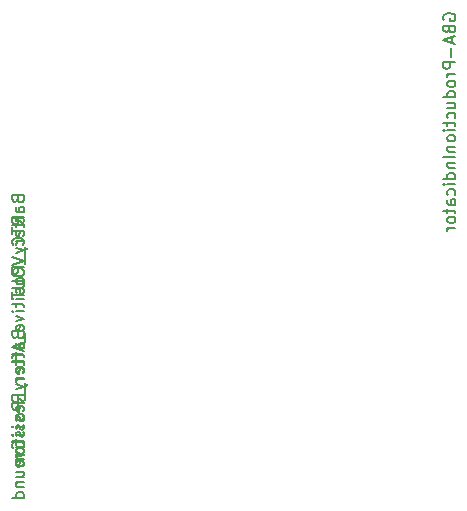
<source format=gbr>
G04 #@! TF.GenerationSoftware,KiCad,Pcbnew,(6.0.8)*
G04 #@! TF.CreationDate,2023-01-17T04:08:54-05:00*
G04 #@! TF.ProjectId,DMG-KGDU-10+,444d472d-4b47-4445-952d-31302b2e6b69,rev?*
G04 #@! TF.SameCoordinates,Original*
G04 #@! TF.FileFunction,AssemblyDrawing,Bot*
%FSLAX46Y46*%
G04 Gerber Fmt 4.6, Leading zero omitted, Abs format (unit mm)*
G04 Created by KiCad (PCBNEW (6.0.8)) date 2023-01-17 04:08:54*
%MOMM*%
%LPD*%
G01*
G04 APERTURE LIST*
%ADD10C,0.150000*%
G04 APERTURE END LIST*
D10*
X153342000Y-73715052D02*
X153294380Y-73619814D01*
X153294380Y-73476957D01*
X153342000Y-73334100D01*
X153437238Y-73238861D01*
X153532476Y-73191242D01*
X153722952Y-73143623D01*
X153865809Y-73143623D01*
X154056285Y-73191242D01*
X154151523Y-73238861D01*
X154246761Y-73334100D01*
X154294380Y-73476957D01*
X154294380Y-73572195D01*
X154246761Y-73715052D01*
X154199142Y-73762671D01*
X153865809Y-73762671D01*
X153865809Y-73572195D01*
X153770571Y-74524576D02*
X153818190Y-74667433D01*
X153865809Y-74715052D01*
X153961047Y-74762671D01*
X154103904Y-74762671D01*
X154199142Y-74715052D01*
X154246761Y-74667433D01*
X154294380Y-74572195D01*
X154294380Y-74191242D01*
X153294380Y-74191242D01*
X153294380Y-74524576D01*
X153342000Y-74619814D01*
X153389619Y-74667433D01*
X153484857Y-74715052D01*
X153580095Y-74715052D01*
X153675333Y-74667433D01*
X153722952Y-74619814D01*
X153770571Y-74524576D01*
X153770571Y-74191242D01*
X154008666Y-75143623D02*
X154008666Y-75619814D01*
X154294380Y-75048385D02*
X153294380Y-75381719D01*
X154294380Y-75715052D01*
X153913428Y-76048385D02*
X153913428Y-76810290D01*
X154294380Y-77286480D02*
X153294380Y-77286480D01*
X153294380Y-77667433D01*
X153342000Y-77762671D01*
X153389619Y-77810290D01*
X153484857Y-77857909D01*
X153627714Y-77857909D01*
X153722952Y-77810290D01*
X153770571Y-77762671D01*
X153818190Y-77667433D01*
X153818190Y-77286480D01*
X154294380Y-78286480D02*
X153627714Y-78286480D01*
X153818190Y-78286480D02*
X153722952Y-78334100D01*
X153675333Y-78381719D01*
X153627714Y-78476957D01*
X153627714Y-78572195D01*
X154294380Y-79048385D02*
X154246761Y-78953147D01*
X154199142Y-78905528D01*
X154103904Y-78857909D01*
X153818190Y-78857909D01*
X153722952Y-78905528D01*
X153675333Y-78953147D01*
X153627714Y-79048385D01*
X153627714Y-79191242D01*
X153675333Y-79286480D01*
X153722952Y-79334100D01*
X153818190Y-79381719D01*
X154103904Y-79381719D01*
X154199142Y-79334100D01*
X154246761Y-79286480D01*
X154294380Y-79191242D01*
X154294380Y-79048385D01*
X154294380Y-80238861D02*
X153294380Y-80238861D01*
X154246761Y-80238861D02*
X154294380Y-80143623D01*
X154294380Y-79953147D01*
X154246761Y-79857909D01*
X154199142Y-79810290D01*
X154103904Y-79762671D01*
X153818190Y-79762671D01*
X153722952Y-79810290D01*
X153675333Y-79857909D01*
X153627714Y-79953147D01*
X153627714Y-80143623D01*
X153675333Y-80238861D01*
X153627714Y-81143623D02*
X154294380Y-81143623D01*
X153627714Y-80715052D02*
X154151523Y-80715052D01*
X154246761Y-80762671D01*
X154294380Y-80857909D01*
X154294380Y-81000766D01*
X154246761Y-81096004D01*
X154199142Y-81143623D01*
X154246761Y-82048385D02*
X154294380Y-81953147D01*
X154294380Y-81762671D01*
X154246761Y-81667433D01*
X154199142Y-81619814D01*
X154103904Y-81572195D01*
X153818190Y-81572195D01*
X153722952Y-81619814D01*
X153675333Y-81667433D01*
X153627714Y-81762671D01*
X153627714Y-81953147D01*
X153675333Y-82048385D01*
X153627714Y-82334100D02*
X153627714Y-82715052D01*
X153294380Y-82476957D02*
X154151523Y-82476957D01*
X154246761Y-82524576D01*
X154294380Y-82619814D01*
X154294380Y-82715052D01*
X154294380Y-83048385D02*
X153627714Y-83048385D01*
X153294380Y-83048385D02*
X153342000Y-83000766D01*
X153389619Y-83048385D01*
X153342000Y-83096004D01*
X153294380Y-83048385D01*
X153389619Y-83048385D01*
X154294380Y-83667433D02*
X154246761Y-83572195D01*
X154199142Y-83524576D01*
X154103904Y-83476957D01*
X153818190Y-83476957D01*
X153722952Y-83524576D01*
X153675333Y-83572195D01*
X153627714Y-83667433D01*
X153627714Y-83810290D01*
X153675333Y-83905528D01*
X153722952Y-83953147D01*
X153818190Y-84000766D01*
X154103904Y-84000766D01*
X154199142Y-83953147D01*
X154246761Y-83905528D01*
X154294380Y-83810290D01*
X154294380Y-83667433D01*
X153627714Y-84429338D02*
X154294380Y-84429338D01*
X153722952Y-84429338D02*
X153675333Y-84476957D01*
X153627714Y-84572195D01*
X153627714Y-84715052D01*
X153675333Y-84810290D01*
X153770571Y-84857909D01*
X154294380Y-84857909D01*
X154294380Y-85334100D02*
X153294380Y-85334100D01*
X153627714Y-85810290D02*
X154294380Y-85810290D01*
X153722952Y-85810290D02*
X153675333Y-85857909D01*
X153627714Y-85953147D01*
X153627714Y-86096004D01*
X153675333Y-86191242D01*
X153770571Y-86238861D01*
X154294380Y-86238861D01*
X154294380Y-87143623D02*
X153294380Y-87143623D01*
X154246761Y-87143623D02*
X154294380Y-87048385D01*
X154294380Y-86857909D01*
X154246761Y-86762671D01*
X154199142Y-86715052D01*
X154103904Y-86667433D01*
X153818190Y-86667433D01*
X153722952Y-86715052D01*
X153675333Y-86762671D01*
X153627714Y-86857909D01*
X153627714Y-87048385D01*
X153675333Y-87143623D01*
X154294380Y-87619814D02*
X153627714Y-87619814D01*
X153294380Y-87619814D02*
X153342000Y-87572195D01*
X153389619Y-87619814D01*
X153342000Y-87667433D01*
X153294380Y-87619814D01*
X153389619Y-87619814D01*
X154246761Y-88524576D02*
X154294380Y-88429338D01*
X154294380Y-88238861D01*
X154246761Y-88143623D01*
X154199142Y-88096004D01*
X154103904Y-88048385D01*
X153818190Y-88048385D01*
X153722952Y-88096004D01*
X153675333Y-88143623D01*
X153627714Y-88238861D01*
X153627714Y-88429338D01*
X153675333Y-88524576D01*
X154294380Y-89381719D02*
X153770571Y-89381719D01*
X153675333Y-89334100D01*
X153627714Y-89238861D01*
X153627714Y-89048385D01*
X153675333Y-88953147D01*
X154246761Y-89381719D02*
X154294380Y-89286480D01*
X154294380Y-89048385D01*
X154246761Y-88953147D01*
X154151523Y-88905528D01*
X154056285Y-88905528D01*
X153961047Y-88953147D01*
X153913428Y-89048385D01*
X153913428Y-89286480D01*
X153865809Y-89381719D01*
X153627714Y-89715052D02*
X153627714Y-90096004D01*
X153294380Y-89857909D02*
X154151523Y-89857909D01*
X154246761Y-89905528D01*
X154294380Y-90000766D01*
X154294380Y-90096004D01*
X154294380Y-90572195D02*
X154246761Y-90476957D01*
X154199142Y-90429338D01*
X154103904Y-90381719D01*
X153818190Y-90381719D01*
X153722952Y-90429338D01*
X153675333Y-90476957D01*
X153627714Y-90572195D01*
X153627714Y-90715052D01*
X153675333Y-90810290D01*
X153722952Y-90857909D01*
X153818190Y-90905528D01*
X154103904Y-90905528D01*
X154199142Y-90857909D01*
X154246761Y-90810290D01*
X154294380Y-90715052D01*
X154294380Y-90572195D01*
X154294380Y-91334100D02*
X153627714Y-91334100D01*
X153818190Y-91334100D02*
X153722952Y-91381719D01*
X153675333Y-91429338D01*
X153627714Y-91524576D01*
X153627714Y-91619814D01*
X117771380Y-90992476D02*
X117295190Y-90659142D01*
X117771380Y-90421047D02*
X116771380Y-90421047D01*
X116771380Y-90802000D01*
X116819000Y-90897238D01*
X116866619Y-90944857D01*
X116961857Y-90992476D01*
X117104714Y-90992476D01*
X117199952Y-90944857D01*
X117247571Y-90897238D01*
X117295190Y-90802000D01*
X117295190Y-90421047D01*
X116771380Y-91278190D02*
X116771380Y-91849619D01*
X117771380Y-91563904D02*
X116771380Y-91563904D01*
X117676142Y-92754380D02*
X117723761Y-92706761D01*
X117771380Y-92563904D01*
X117771380Y-92468666D01*
X117723761Y-92325809D01*
X117628523Y-92230571D01*
X117533285Y-92182952D01*
X117342809Y-92135333D01*
X117199952Y-92135333D01*
X117009476Y-92182952D01*
X116914238Y-92230571D01*
X116819000Y-92325809D01*
X116771380Y-92468666D01*
X116771380Y-92563904D01*
X116819000Y-92706761D01*
X116866619Y-92754380D01*
X117866619Y-92944857D02*
X117866619Y-93706761D01*
X116771380Y-93802000D02*
X117771380Y-94135333D01*
X116771380Y-94468666D01*
X116771380Y-94992476D02*
X116771380Y-95182952D01*
X116819000Y-95278190D01*
X116914238Y-95373428D01*
X117104714Y-95421047D01*
X117438047Y-95421047D01*
X117628523Y-95373428D01*
X117723761Y-95278190D01*
X117771380Y-95182952D01*
X117771380Y-94992476D01*
X117723761Y-94897238D01*
X117628523Y-94802000D01*
X117438047Y-94754380D01*
X117104714Y-94754380D01*
X116914238Y-94802000D01*
X116819000Y-94897238D01*
X116771380Y-94992476D01*
X116771380Y-95849619D02*
X117580904Y-95849619D01*
X117676142Y-95897238D01*
X117723761Y-95944857D01*
X117771380Y-96040095D01*
X117771380Y-96230571D01*
X117723761Y-96325809D01*
X117676142Y-96373428D01*
X117580904Y-96421047D01*
X116771380Y-96421047D01*
X116771380Y-96754380D02*
X116771380Y-97325809D01*
X117771380Y-97040095D02*
X116771380Y-97040095D01*
X117247571Y-88897238D02*
X117295190Y-89040095D01*
X117342809Y-89087714D01*
X117438047Y-89135333D01*
X117580904Y-89135333D01*
X117676142Y-89087714D01*
X117723761Y-89040095D01*
X117771380Y-88944857D01*
X117771380Y-88563904D01*
X116771380Y-88563904D01*
X116771380Y-88897238D01*
X116819000Y-88992476D01*
X116866619Y-89040095D01*
X116961857Y-89087714D01*
X117057095Y-89087714D01*
X117152333Y-89040095D01*
X117199952Y-88992476D01*
X117247571Y-88897238D01*
X117247571Y-88563904D01*
X117771380Y-89992476D02*
X117247571Y-89992476D01*
X117152333Y-89944857D01*
X117104714Y-89849619D01*
X117104714Y-89659142D01*
X117152333Y-89563904D01*
X117723761Y-89992476D02*
X117771380Y-89897238D01*
X117771380Y-89659142D01*
X117723761Y-89563904D01*
X117628523Y-89516285D01*
X117533285Y-89516285D01*
X117438047Y-89563904D01*
X117390428Y-89659142D01*
X117390428Y-89897238D01*
X117342809Y-89992476D01*
X117104714Y-90325809D02*
X117104714Y-90706761D01*
X116771380Y-90468666D02*
X117628523Y-90468666D01*
X117723761Y-90516285D01*
X117771380Y-90611523D01*
X117771380Y-90706761D01*
X117104714Y-90897238D02*
X117104714Y-91278190D01*
X116771380Y-91040095D02*
X117628523Y-91040095D01*
X117723761Y-91087714D01*
X117771380Y-91182952D01*
X117771380Y-91278190D01*
X117723761Y-91992476D02*
X117771380Y-91897238D01*
X117771380Y-91706761D01*
X117723761Y-91611523D01*
X117628523Y-91563904D01*
X117247571Y-91563904D01*
X117152333Y-91611523D01*
X117104714Y-91706761D01*
X117104714Y-91897238D01*
X117152333Y-91992476D01*
X117247571Y-92040095D01*
X117342809Y-92040095D01*
X117438047Y-91563904D01*
X117771380Y-92468666D02*
X117104714Y-92468666D01*
X117295190Y-92468666D02*
X117199952Y-92516285D01*
X117152333Y-92563904D01*
X117104714Y-92659142D01*
X117104714Y-92754380D01*
X117104714Y-92992476D02*
X117771380Y-93230571D01*
X117104714Y-93468666D02*
X117771380Y-93230571D01*
X118009476Y-93135333D01*
X118057095Y-93087714D01*
X118104714Y-92992476D01*
X117866619Y-93611523D02*
X117866619Y-94373428D01*
X117771380Y-94611523D02*
X116771380Y-94611523D01*
X116771380Y-94992476D01*
X116819000Y-95087714D01*
X116866619Y-95135333D01*
X116961857Y-95182952D01*
X117104714Y-95182952D01*
X117199952Y-95135333D01*
X117247571Y-95087714D01*
X117295190Y-94992476D01*
X117295190Y-94611523D01*
X117771380Y-95754380D02*
X117723761Y-95659142D01*
X117676142Y-95611523D01*
X117580904Y-95563904D01*
X117295190Y-95563904D01*
X117199952Y-95611523D01*
X117152333Y-95659142D01*
X117104714Y-95754380D01*
X117104714Y-95897238D01*
X117152333Y-95992476D01*
X117199952Y-96040095D01*
X117295190Y-96087714D01*
X117580904Y-96087714D01*
X117676142Y-96040095D01*
X117723761Y-95992476D01*
X117771380Y-95897238D01*
X117771380Y-95754380D01*
X117723761Y-96468666D02*
X117771380Y-96563904D01*
X117771380Y-96754380D01*
X117723761Y-96849619D01*
X117628523Y-96897238D01*
X117580904Y-96897238D01*
X117485666Y-96849619D01*
X117438047Y-96754380D01*
X117438047Y-96611523D01*
X117390428Y-96516285D01*
X117295190Y-96468666D01*
X117247571Y-96468666D01*
X117152333Y-96516285D01*
X117104714Y-96611523D01*
X117104714Y-96754380D01*
X117152333Y-96849619D01*
X117771380Y-97325809D02*
X117104714Y-97325809D01*
X116771380Y-97325809D02*
X116819000Y-97278190D01*
X116866619Y-97325809D01*
X116819000Y-97373428D01*
X116771380Y-97325809D01*
X116866619Y-97325809D01*
X117104714Y-97659142D02*
X117104714Y-98040095D01*
X116771380Y-97802000D02*
X117628523Y-97802000D01*
X117723761Y-97849619D01*
X117771380Y-97944857D01*
X117771380Y-98040095D01*
X117771380Y-98373428D02*
X117104714Y-98373428D01*
X116771380Y-98373428D02*
X116819000Y-98325809D01*
X116866619Y-98373428D01*
X116819000Y-98421047D01*
X116771380Y-98373428D01*
X116866619Y-98373428D01*
X117104714Y-98754380D02*
X117771380Y-98992476D01*
X117104714Y-99230571D01*
X117723761Y-99992476D02*
X117771380Y-99897238D01*
X117771380Y-99706761D01*
X117723761Y-99611523D01*
X117628523Y-99563904D01*
X117247571Y-99563904D01*
X117152333Y-99611523D01*
X117104714Y-99706761D01*
X117104714Y-99897238D01*
X117152333Y-99992476D01*
X117247571Y-100040095D01*
X117342809Y-100040095D01*
X117438047Y-99563904D01*
X117866619Y-100230571D02*
X117866619Y-100992476D01*
X117485666Y-101182952D02*
X117485666Y-101659142D01*
X117771380Y-101087714D02*
X116771380Y-101421047D01*
X117771380Y-101754380D01*
X117104714Y-101944857D02*
X117104714Y-102325809D01*
X117771380Y-102087714D02*
X116914238Y-102087714D01*
X116819000Y-102135333D01*
X116771380Y-102230571D01*
X116771380Y-102325809D01*
X117104714Y-102516285D02*
X117104714Y-102897238D01*
X116771380Y-102659142D02*
X117628523Y-102659142D01*
X117723761Y-102706761D01*
X117771380Y-102801999D01*
X117771380Y-102897238D01*
X117723761Y-103611523D02*
X117771380Y-103516285D01*
X117771380Y-103325809D01*
X117723761Y-103230571D01*
X117628523Y-103182952D01*
X117247571Y-103182952D01*
X117152333Y-103230571D01*
X117104714Y-103325809D01*
X117104714Y-103516285D01*
X117152333Y-103611523D01*
X117247571Y-103659142D01*
X117342809Y-103659142D01*
X117438047Y-103182952D01*
X117771380Y-104087714D02*
X117104714Y-104087714D01*
X117295190Y-104087714D02*
X117199952Y-104135333D01*
X117152333Y-104182952D01*
X117104714Y-104278190D01*
X117104714Y-104373428D01*
X117866619Y-104468666D02*
X117866619Y-105230571D01*
X117771380Y-106040095D02*
X117295190Y-105706761D01*
X117771380Y-105468666D02*
X116771380Y-105468666D01*
X116771380Y-105849619D01*
X116819000Y-105944857D01*
X116866619Y-105992476D01*
X116961857Y-106040095D01*
X117104714Y-106040095D01*
X117199952Y-105992476D01*
X117247571Y-105944857D01*
X117295190Y-105849619D01*
X117295190Y-105468666D01*
X117723761Y-106849619D02*
X117771380Y-106754380D01*
X117771380Y-106563904D01*
X117723761Y-106468666D01*
X117628523Y-106421047D01*
X117247571Y-106421047D01*
X117152333Y-106468666D01*
X117104714Y-106563904D01*
X117104714Y-106754380D01*
X117152333Y-106849619D01*
X117247571Y-106897238D01*
X117342809Y-106897238D01*
X117438047Y-106421047D01*
X117723761Y-107278190D02*
X117771380Y-107373428D01*
X117771380Y-107563904D01*
X117723761Y-107659142D01*
X117628523Y-107706761D01*
X117580904Y-107706761D01*
X117485666Y-107659142D01*
X117438047Y-107563904D01*
X117438047Y-107421047D01*
X117390428Y-107325809D01*
X117295190Y-107278190D01*
X117247571Y-107278190D01*
X117152333Y-107325809D01*
X117104714Y-107421047D01*
X117104714Y-107563904D01*
X117152333Y-107659142D01*
X117771380Y-108135333D02*
X117104714Y-108135333D01*
X116771380Y-108135333D02*
X116819000Y-108087714D01*
X116866619Y-108135333D01*
X116819000Y-108182952D01*
X116771380Y-108135333D01*
X116866619Y-108135333D01*
X117723761Y-108563904D02*
X117771380Y-108659142D01*
X117771380Y-108849619D01*
X117723761Y-108944857D01*
X117628523Y-108992476D01*
X117580904Y-108992476D01*
X117485666Y-108944857D01*
X117438047Y-108849619D01*
X117438047Y-108706761D01*
X117390428Y-108611523D01*
X117295190Y-108563904D01*
X117247571Y-108563904D01*
X117152333Y-108611523D01*
X117104714Y-108706761D01*
X117104714Y-108849619D01*
X117152333Y-108944857D01*
X117104714Y-109278190D02*
X117104714Y-109659142D01*
X116771380Y-109421047D02*
X117628523Y-109421047D01*
X117723761Y-109468666D01*
X117771380Y-109563904D01*
X117771380Y-109659142D01*
X117771380Y-110135333D02*
X117723761Y-110040095D01*
X117676142Y-109992476D01*
X117580904Y-109944857D01*
X117295190Y-109944857D01*
X117199952Y-109992476D01*
X117152333Y-110040095D01*
X117104714Y-110135333D01*
X117104714Y-110278190D01*
X117152333Y-110373428D01*
X117199952Y-110421047D01*
X117295190Y-110468666D01*
X117580904Y-110468666D01*
X117676142Y-110421047D01*
X117723761Y-110373428D01*
X117771380Y-110278190D01*
X117771380Y-110135333D01*
X117771380Y-110897238D02*
X117104714Y-110897238D01*
X117295190Y-110897238D02*
X117199952Y-110944857D01*
X117152333Y-110992476D01*
X117104714Y-111087714D01*
X117104714Y-111182952D01*
X117247571Y-100421047D02*
X117295190Y-100563904D01*
X117342809Y-100611523D01*
X117438047Y-100659142D01*
X117580904Y-100659142D01*
X117676142Y-100611523D01*
X117723761Y-100563904D01*
X117771380Y-100468666D01*
X117771380Y-100087714D01*
X116771380Y-100087714D01*
X116771380Y-100421047D01*
X116819000Y-100516285D01*
X116866619Y-100563904D01*
X116961857Y-100611523D01*
X117057095Y-100611523D01*
X117152333Y-100563904D01*
X117199952Y-100516285D01*
X117247571Y-100421047D01*
X117247571Y-100087714D01*
X117771380Y-101516285D02*
X117247571Y-101516285D01*
X117152333Y-101468666D01*
X117104714Y-101373428D01*
X117104714Y-101182952D01*
X117152333Y-101087714D01*
X117723761Y-101516285D02*
X117771380Y-101421047D01*
X117771380Y-101182952D01*
X117723761Y-101087714D01*
X117628523Y-101040095D01*
X117533285Y-101040095D01*
X117438047Y-101087714D01*
X117390428Y-101182952D01*
X117390428Y-101421047D01*
X117342809Y-101516285D01*
X117104714Y-101849619D02*
X117104714Y-102230571D01*
X116771380Y-101992476D02*
X117628523Y-101992476D01*
X117723761Y-102040095D01*
X117771380Y-102135333D01*
X117771380Y-102230571D01*
X117104714Y-102421047D02*
X117104714Y-102802000D01*
X116771380Y-102563904D02*
X117628523Y-102563904D01*
X117723761Y-102611523D01*
X117771380Y-102706761D01*
X117771380Y-102802000D01*
X117723761Y-103516285D02*
X117771380Y-103421047D01*
X117771380Y-103230571D01*
X117723761Y-103135333D01*
X117628523Y-103087714D01*
X117247571Y-103087714D01*
X117152333Y-103135333D01*
X117104714Y-103230571D01*
X117104714Y-103421047D01*
X117152333Y-103516285D01*
X117247571Y-103563904D01*
X117342809Y-103563904D01*
X117438047Y-103087714D01*
X117771380Y-103992476D02*
X117104714Y-103992476D01*
X117295190Y-103992476D02*
X117199952Y-104040095D01*
X117152333Y-104087714D01*
X117104714Y-104182952D01*
X117104714Y-104278190D01*
X117104714Y-104516285D02*
X117771380Y-104754380D01*
X117104714Y-104992476D02*
X117771380Y-104754380D01*
X118009476Y-104659142D01*
X118057095Y-104611523D01*
X118104714Y-104516285D01*
X117866619Y-105135333D02*
X117866619Y-105897238D01*
X117771380Y-106135333D02*
X116771380Y-106135333D01*
X116771380Y-106516285D01*
X116819000Y-106611523D01*
X116866619Y-106659142D01*
X116961857Y-106706761D01*
X117104714Y-106706761D01*
X117199952Y-106659142D01*
X117247571Y-106611523D01*
X117295190Y-106516285D01*
X117295190Y-106135333D01*
X117771380Y-107278190D02*
X117723761Y-107182952D01*
X117676142Y-107135333D01*
X117580904Y-107087714D01*
X117295190Y-107087714D01*
X117199952Y-107135333D01*
X117152333Y-107182952D01*
X117104714Y-107278190D01*
X117104714Y-107421047D01*
X117152333Y-107516285D01*
X117199952Y-107563904D01*
X117295190Y-107611523D01*
X117580904Y-107611523D01*
X117676142Y-107563904D01*
X117723761Y-107516285D01*
X117771380Y-107421047D01*
X117771380Y-107278190D01*
X117723761Y-107992476D02*
X117771380Y-108087714D01*
X117771380Y-108278190D01*
X117723761Y-108373428D01*
X117628523Y-108421047D01*
X117580904Y-108421047D01*
X117485666Y-108373428D01*
X117438047Y-108278190D01*
X117438047Y-108135333D01*
X117390428Y-108040095D01*
X117295190Y-107992476D01*
X117247571Y-107992476D01*
X117152333Y-108040095D01*
X117104714Y-108135333D01*
X117104714Y-108278190D01*
X117152333Y-108373428D01*
X117771380Y-108849619D02*
X117104714Y-108849619D01*
X116771380Y-108849619D02*
X116819000Y-108802000D01*
X116866619Y-108849619D01*
X116819000Y-108897238D01*
X116771380Y-108849619D01*
X116866619Y-108849619D01*
X117104714Y-109182952D02*
X117104714Y-109563904D01*
X116771380Y-109325809D02*
X117628523Y-109325809D01*
X117723761Y-109373428D01*
X117771380Y-109468666D01*
X117771380Y-109563904D01*
X117771380Y-109897238D02*
X117104714Y-109897238D01*
X116771380Y-109897238D02*
X116819000Y-109849619D01*
X116866619Y-109897238D01*
X116819000Y-109944857D01*
X116771380Y-109897238D01*
X116866619Y-109897238D01*
X117104714Y-110278190D02*
X117771380Y-110516285D01*
X117104714Y-110754380D01*
X117723761Y-111516285D02*
X117771380Y-111421047D01*
X117771380Y-111230571D01*
X117723761Y-111135333D01*
X117628523Y-111087714D01*
X117247571Y-111087714D01*
X117152333Y-111135333D01*
X117104714Y-111230571D01*
X117104714Y-111421047D01*
X117152333Y-111516285D01*
X117247571Y-111563904D01*
X117342809Y-111563904D01*
X117438047Y-111087714D01*
X116819000Y-109944857D02*
X116771380Y-109849619D01*
X116771380Y-109706761D01*
X116819000Y-109563904D01*
X116914238Y-109468666D01*
X117009476Y-109421047D01*
X117199952Y-109373428D01*
X117342809Y-109373428D01*
X117533285Y-109421047D01*
X117628523Y-109468666D01*
X117723761Y-109563904D01*
X117771380Y-109706761D01*
X117771380Y-109802000D01*
X117723761Y-109944857D01*
X117676142Y-109992476D01*
X117342809Y-109992476D01*
X117342809Y-109802000D01*
X117771380Y-110421047D02*
X117104714Y-110421047D01*
X117295190Y-110421047D02*
X117199952Y-110468666D01*
X117152333Y-110516285D01*
X117104714Y-110611523D01*
X117104714Y-110706761D01*
X117771380Y-111182952D02*
X117723761Y-111087714D01*
X117676142Y-111040095D01*
X117580904Y-110992476D01*
X117295190Y-110992476D01*
X117199952Y-111040095D01*
X117152333Y-111087714D01*
X117104714Y-111182952D01*
X117104714Y-111325809D01*
X117152333Y-111421047D01*
X117199952Y-111468666D01*
X117295190Y-111516285D01*
X117580904Y-111516285D01*
X117676142Y-111468666D01*
X117723761Y-111421047D01*
X117771380Y-111325809D01*
X117771380Y-111182952D01*
X117104714Y-112373428D02*
X117771380Y-112373428D01*
X117104714Y-111944857D02*
X117628523Y-111944857D01*
X117723761Y-111992476D01*
X117771380Y-112087714D01*
X117771380Y-112230571D01*
X117723761Y-112325809D01*
X117676142Y-112373428D01*
X117104714Y-112849619D02*
X117771380Y-112849619D01*
X117199952Y-112849619D02*
X117152333Y-112897238D01*
X117104714Y-112992476D01*
X117104714Y-113135333D01*
X117152333Y-113230571D01*
X117247571Y-113278190D01*
X117771380Y-113278190D01*
X117771380Y-114182952D02*
X116771380Y-114182952D01*
X117723761Y-114182952D02*
X117771380Y-114087714D01*
X117771380Y-113897238D01*
X117723761Y-113802000D01*
X117676142Y-113754380D01*
X117580904Y-113706761D01*
X117295190Y-113706761D01*
X117199952Y-113754380D01*
X117152333Y-113802000D01*
X117104714Y-113897238D01*
X117104714Y-114087714D01*
X117152333Y-114182952D01*
M02*

</source>
